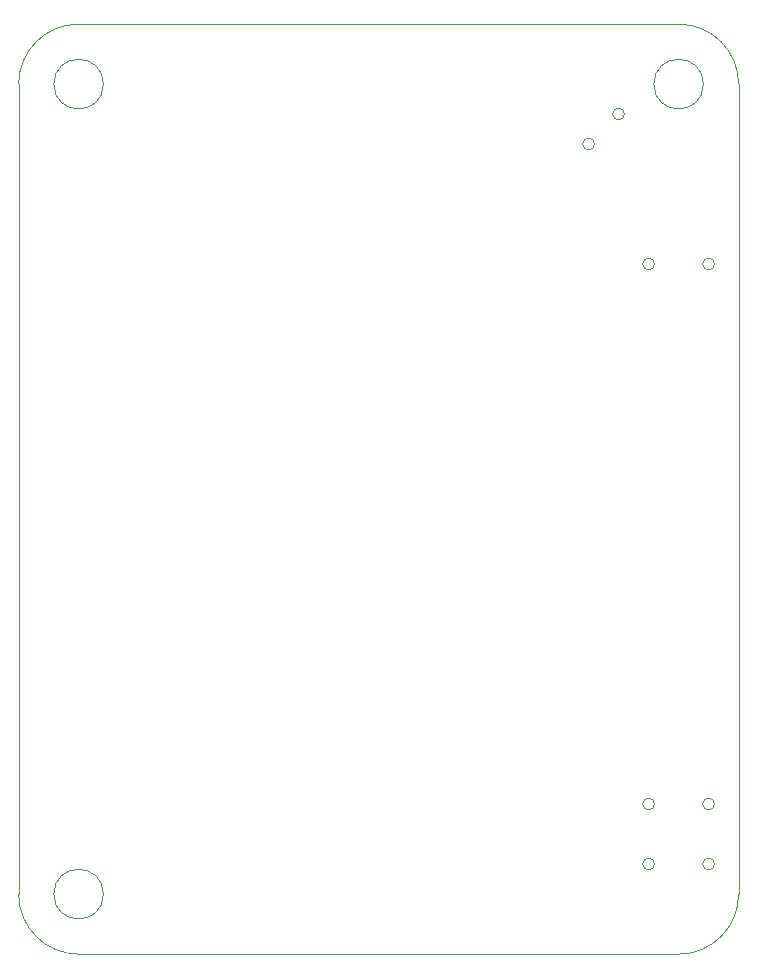
<source format=gbr>
%TF.GenerationSoftware,KiCad,Pcbnew,7.0.6-0*%
%TF.CreationDate,2023-12-23T18:42:55-05:00*%
%TF.ProjectId,Cornhole Wiring,436f726e-686f-46c6-9520-576972696e67,rev?*%
%TF.SameCoordinates,Original*%
%TF.FileFunction,Profile,NP*%
%FSLAX46Y46*%
G04 Gerber Fmt 4.6, Leading zero omitted, Abs format (unit mm)*
G04 Created by KiCad (PCBNEW 7.0.6-0) date 2023-12-23 18:42:55*
%MOMM*%
%LPD*%
G01*
G04 APERTURE LIST*
%TA.AperFunction,Profile*%
%ADD10C,0.100000*%
%TD*%
G04 APERTURE END LIST*
D10*
X112260000Y-53340000D02*
G75*
G03*
X112260000Y-53340000I-500000J0D01*
G01*
X109720000Y-55880000D02*
G75*
G03*
X109720000Y-55880000I-500000J0D01*
G01*
X119880000Y-66040000D02*
G75*
G03*
X119880000Y-66040000I-500000J0D01*
G01*
X114800000Y-66040000D02*
G75*
G03*
X114800000Y-66040000I-500000J0D01*
G01*
X114800000Y-116840000D02*
G75*
G03*
X114800000Y-116840000I-500000J0D01*
G01*
X119880000Y-111760000D02*
G75*
G03*
X119880000Y-111760000I-500000J0D01*
G01*
X114800000Y-111760000D02*
G75*
G03*
X114800000Y-111760000I-500000J0D01*
G01*
X119880000Y-116840000D02*
G75*
G03*
X119880000Y-116840000I-500000J0D01*
G01*
X68140000Y-119380000D02*
G75*
G03*
X68140000Y-119380000I-2100000J0D01*
G01*
X68140000Y-50800000D02*
G75*
G03*
X68140000Y-50800000I-2100000J0D01*
G01*
X118940000Y-50800000D02*
G75*
G03*
X118940000Y-50800000I-2100000J0D01*
G01*
X66040000Y-124460000D02*
X116840000Y-124460000D01*
X60960000Y-50800000D02*
X60960000Y-119380000D01*
X116840000Y-45720000D02*
X66040000Y-45720000D01*
X121920000Y-119380000D02*
X121920000Y-50800000D01*
X116840000Y-124460000D02*
G75*
G03*
X121920000Y-119380000I0J5080000D01*
G01*
X60960000Y-119380000D02*
G75*
G03*
X66040000Y-124460000I5080000J0D01*
G01*
X66040000Y-45720000D02*
G75*
G03*
X60960000Y-50800000I0J-5080000D01*
G01*
X121920000Y-50800000D02*
G75*
G03*
X116840000Y-45720000I-5080000J0D01*
G01*
M02*

</source>
